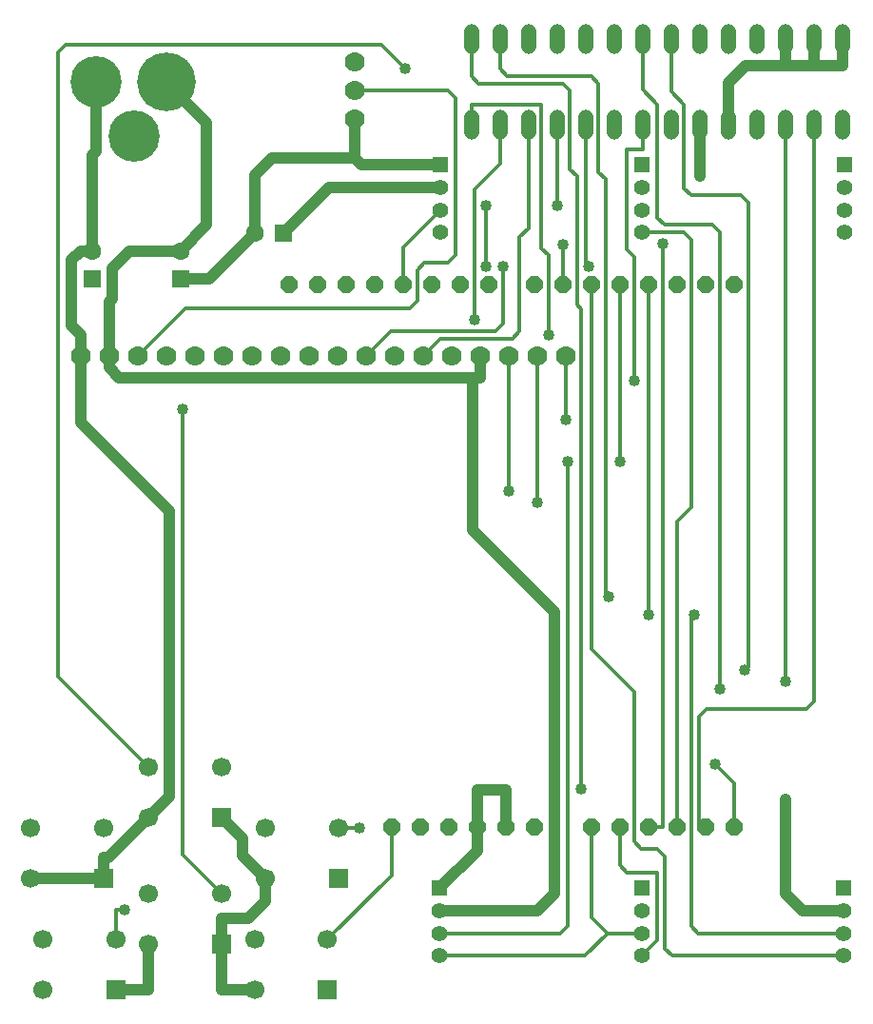
<source format=gbr>
G04 DipTrace 3.3.1.3*
G04 Bottom.gbr*
%MOIN*%
G04 #@! TF.FileFunction,Copper,L2,Bot*
G04 #@! TF.Part,Single*
%AMOUTLINE0*
4,1,20,
-0.02608,0.026058,
-0.024514,0.034979,
-0.019993,0.042827,
-0.013059,0.048655,
-0.004551,0.05176,
0.004507,0.051768,
0.01302,0.048677,
0.019963,0.042861,
0.0245,0.035021,
0.02608,0.026102,
0.02608,-0.026058,
0.024514,-0.034979,
0.019993,-0.042827,
0.013059,-0.048655,
0.004551,-0.05176,
-0.004507,-0.051768,
-0.01302,-0.048677,
-0.019963,-0.042861,
-0.0245,-0.035021,
-0.02608,-0.026102,
-0.02608,0.026058,
0*%
%AMOUTLINE3*
4,1,8,
0.030488,-0.012629,
0.012629,-0.030488,
-0.012629,-0.030488,
-0.030488,-0.012629,
-0.030488,0.012629,
-0.012629,0.030488,
0.012629,0.030488,
0.030488,0.012629,
0.030488,-0.012629,
0*%
G04 #@! TA.AperFunction,Conductor*
%ADD13C,0.012992*%
G04 #@! TA.AperFunction,ViaPad*
%ADD14C,0.04*%
G04 #@! TA.AperFunction,ComponentPad*
%ADD16R,0.055118X0.055118*%
%ADD17C,0.055118*%
%ADD18R,0.062992X0.062992*%
%ADD19C,0.062992*%
%ADD20C,0.062992*%
%ADD25C,0.07*%
%ADD26R,0.066929X0.066929*%
%ADD27C,0.066929*%
%ADD29C,0.205354*%
%ADD30C,0.179685*%
%ADD66OUTLINE0*%
%ADD69OUTLINE3*%
%FSLAX26Y26*%
G04*
G70*
G90*
G75*
G01*
G04 Bottom*
%LPD*%
X2423700Y1053700D2*
D13*
Y738916D1*
X2480176Y682440D1*
X2401436Y603700D1*
X1892361D1*
X2480176Y682440D2*
X2600629D1*
Y603700D2*
X2654684Y657755D1*
Y893976D1*
X2549684D1*
X2523700Y919960D1*
Y1053700D1*
X2673676Y3097991D2*
Y1053700D1*
X2623700D1*
X2601968Y3137480D2*
X2747692D1*
X2773676Y3111496D1*
Y2175940D1*
X2723700Y2125964D1*
Y1053700D1*
X2340684Y2334657D2*
Y708424D1*
X2314700Y682440D1*
X1892361D1*
X2523700Y2334657D2*
Y2953700D1*
X1763700D2*
Y3086220D1*
X1893700Y3216220D1*
X2623700Y1796700D2*
Y2953700D1*
X2784747Y1796700D2*
X2773676Y1785629D1*
Y708425D1*
X2799661Y682440D1*
X3308897D1*
X2423700Y2953700D2*
Y1676593D1*
X2573676Y1526617D1*
Y1003720D1*
X2599661Y977735D1*
X2654685D1*
X2680669Y951751D1*
Y629684D1*
X2706653Y603700D1*
X3308897D1*
X2903700Y3513700D2*
D14*
Y3661932D1*
X2963700Y3721932D1*
X3103700D1*
X3203700D1*
X3303700D1*
Y3813700D1*
X3203700D2*
Y3721932D1*
X1892361Y839920D2*
X2023700Y971259D1*
Y1053700D1*
X687637Y3663700D2*
Y3420822D1*
X673700Y3406885D1*
Y3072125D1*
X983700Y2973700D2*
X1083700D1*
X1243700Y3133700D1*
X3103700Y3813700D2*
Y3721932D1*
X1126535Y1087794D2*
X1199999Y1014330D1*
Y954330D1*
X1280629Y873700D1*
X870629Y643700D2*
Y483700D1*
X756535D1*
X1243700Y3133700D2*
Y3339688D1*
X1303700Y3399688D1*
X1593700D1*
X1619688Y3373700D1*
X1893700D1*
X2023700Y1053700D2*
Y1184188D1*
X2123700D1*
Y1053700D1*
X713700Y873700D2*
X457794D1*
X870629Y1087794D2*
X730004Y947169D1*
X713700D1*
Y873700D1*
X634015Y2704172D2*
Y2470771D1*
X944094Y2160692D1*
Y1161259D1*
X870629Y1087794D1*
X673700Y3072125D2*
X633699D1*
X602204Y3040630D1*
Y2810983D1*
X634015Y2779172D1*
Y2704172D1*
X1593700Y3399688D2*
Y3533700D1*
X1126535Y643700D2*
Y483700D1*
X1243464D1*
X1280629Y873700D2*
Y794334D1*
X1220629Y734334D1*
X1126535D1*
Y643700D1*
X756535Y660865D2*
D13*
Y765113D1*
X787165D1*
X2961535Y1603440D2*
X2973676Y1615581D1*
Y3240909D1*
X2947692Y3266893D1*
X2775255D1*
X2749271Y3292877D1*
Y3584956D1*
X2703700Y3630527D1*
Y3813700D1*
X2873676Y1537684D2*
Y3137484D1*
X2847692Y3163468D1*
X2682011D1*
X2656027Y3189452D1*
Y3584956D1*
X2603700Y3637283D1*
Y3813700D1*
X1536535Y1050865D2*
X1609999D1*
X1126535Y820865D2*
X990590Y956810D1*
Y2517153D1*
X870629Y1264960D2*
X555708Y1579881D1*
Y3769212D1*
X581692Y3795196D1*
X1687755D1*
X1771294Y3711657D1*
X2103700Y3813700D2*
Y3711653D1*
X2129684Y3685669D1*
X2423286D1*
X2449271Y3659684D1*
Y3349255D1*
X2473676Y3324850D1*
Y1862172D1*
X2485826D1*
X2388503Y1187243D2*
Y2869712D1*
X2373676Y2884539D1*
Y3334960D1*
X2349271Y3359365D1*
Y3633700D1*
X2323287Y3659684D1*
X2029685D1*
X2003700Y3685669D1*
Y3813700D1*
X2273676Y2779172D2*
Y3057307D1*
X2249271Y3081712D1*
Y3584956D1*
X2003700D1*
Y3513700D1*
X2013676Y2831141D2*
Y3286609D1*
X2103700Y3376633D1*
Y3513700D1*
X2203700D2*
Y3151743D1*
X2172708Y3120751D1*
Y2791653D1*
X2146724Y2765669D1*
X1895512D1*
X1834015Y2704172D1*
X2053165Y3229964D2*
Y3017180D1*
X2303700Y3229964D2*
Y3513700D1*
X2113676Y3017180D2*
Y2817637D1*
X2087692Y2791653D1*
X1721496D1*
X1634015Y2704172D1*
X2413165Y3017180D2*
X2403700Y3026645D1*
Y3513700D1*
X2573676Y2616688D2*
Y3051460D1*
X2547704Y3077432D1*
Y3427759D1*
X2603700D1*
Y3513700D1*
X2323700Y3096157D2*
Y2953700D1*
X1593700Y3633700D2*
X1921771D1*
X1947755Y3607716D1*
Y3057299D1*
X1921767Y3031311D1*
X1839661D1*
X1813676Y3005326D1*
Y2896613D1*
X1787692Y2870629D1*
X1000472D1*
X834015Y2704172D1*
X2334015D2*
Y2480043D1*
X2234015Y2704172D2*
Y2192960D1*
X2134015Y2704172D2*
Y2232448D1*
X1499369Y660865D2*
X1723700Y885196D1*
Y1053700D1*
X3103700Y1563952D2*
Y3513700D1*
X2857558Y1273700D2*
X2923700Y1207558D1*
Y1053700D1*
X2823700D2*
X2802141D1*
Y1442893D1*
X2828128Y1468880D1*
X3177716D1*
X3203700Y1494864D1*
Y3513700D1*
X1892361Y761180D2*
D14*
X2234188D1*
X2294188Y821180D1*
Y1809689D1*
X2008027Y2095850D1*
Y2629169D1*
X769015D1*
X734015Y2664169D1*
Y2704172D1*
X3308897Y761180D2*
X3163783D1*
X3103783Y821180D1*
Y1150172D1*
X1343700Y3133700D2*
X1504960Y3294960D1*
X1893700D1*
X2803700Y3513700D2*
Y3333704D1*
X2008027Y2629169D2*
X2034015D1*
Y2704172D1*
X983700Y3072125D2*
X1076377Y3164802D1*
Y3521023D1*
X933700Y3663700D1*
X734015Y2704172D2*
Y2893586D1*
X745196Y2904767D1*
Y3012122D1*
X805199Y3072125D1*
X983700D1*
X2673676Y3097991D3*
X2340684Y2334657D3*
X2523700D3*
X2784747Y1796700D3*
X2623700D3*
X2961535Y1603440D3*
X787165Y765113D3*
X2873676Y1537684D3*
X1609999Y1050865D3*
X990590Y2517153D3*
X1771294Y3711657D3*
X2485826Y1862172D3*
X2388503Y1187243D3*
X2273676Y2779172D3*
X2013676Y2831141D3*
X2053165Y3017180D3*
Y3229964D3*
X2303700D3*
X2113676Y3017180D3*
X2413165D3*
X2573676Y2616688D3*
X2323700Y3096157D3*
X2334015Y2480043D3*
X2234015Y2192960D3*
X2134015Y2232448D3*
X3103700Y1563952D3*
X2857558Y1273700D3*
X3103783Y1150172D3*
X2803700Y3333704D3*
D16*
X2600629Y839920D3*
D17*
Y761180D3*
Y682440D3*
Y603700D3*
D16*
X2601968Y3373700D3*
D17*
Y3294960D3*
Y3216220D3*
Y3137480D3*
D18*
X1343700Y3133700D3*
D19*
X1243700D3*
D16*
X1892361Y839920D3*
D17*
Y761180D3*
Y682440D3*
Y603700D3*
D16*
X1893700Y3373700D3*
D17*
Y3294960D3*
Y3216220D3*
Y3137480D3*
D16*
X3308897Y839920D3*
D17*
Y761180D3*
Y682440D3*
Y603700D3*
D16*
X3310235Y3373700D3*
D17*
Y3294960D3*
Y3216220D3*
Y3137480D3*
D18*
X983700Y2973700D3*
D20*
Y3072125D3*
D18*
X673700Y2973700D3*
D20*
Y3072125D3*
D66*
X2003700Y3513700D3*
X2103700D3*
X2203700D3*
X2303700D3*
X2403700D3*
X2503700D3*
X2603700D3*
X2703700D3*
X2803700D3*
X2903700D3*
X3003700D3*
X3103700D3*
X3203700D3*
X3303700D3*
Y3813700D3*
X3203700D3*
X3103700D3*
X3003700D3*
X2903700D3*
X2803700D3*
X2703700D3*
X2603700D3*
X2503700D3*
X2403700D3*
X2303700D3*
X2203700D3*
X2103700D3*
X2003700D3*
D69*
X2523700Y2953700D3*
X2423700Y1053700D3*
X2623700Y2953700D3*
X2723700D3*
X2823700D3*
X2923700D3*
X2423700D3*
X2323700D3*
X2223700D3*
X2063700D3*
X1963700D3*
X1863700D3*
X1763700D3*
X1663700D3*
X1563700D3*
X1463700D3*
X1363700D3*
X2523700Y1053700D3*
X2623700D3*
X2723700D3*
X2823700D3*
X2923700D3*
X2223700D3*
X2123700D3*
X2023700D3*
X1923700D3*
X1823700D3*
X1723700D3*
D25*
X634015Y2704172D3*
X734015D3*
X834015D3*
X934015D3*
X1034015D3*
X1134015D3*
X1234015D3*
X1334015D3*
X1434015D3*
X1534015D3*
X1634015D3*
X1734015D3*
X1834015D3*
X1934015D3*
X2034015D3*
X2134015D3*
X2234015D3*
X2334015D3*
X1593700Y3633700D3*
Y3533700D3*
Y3733700D3*
D26*
X713700Y873700D3*
D27*
Y1050865D3*
X457794D3*
Y873700D3*
D26*
X1536535D3*
D27*
Y1050865D3*
X1280629D3*
Y873700D3*
D26*
X1126535Y1087794D3*
D27*
Y1264960D3*
X870629D3*
Y1087794D3*
D26*
X1126535Y643700D3*
D27*
Y820865D3*
X870629D3*
Y643700D3*
D26*
X756535Y483700D3*
D27*
Y660865D3*
X500629D3*
Y483700D3*
D29*
X933700Y3663700D3*
D30*
X687637D3*
X821495Y3474724D3*
D26*
X1499369Y483700D3*
D27*
Y660865D3*
X1243464D3*
Y483700D3*
M02*

</source>
